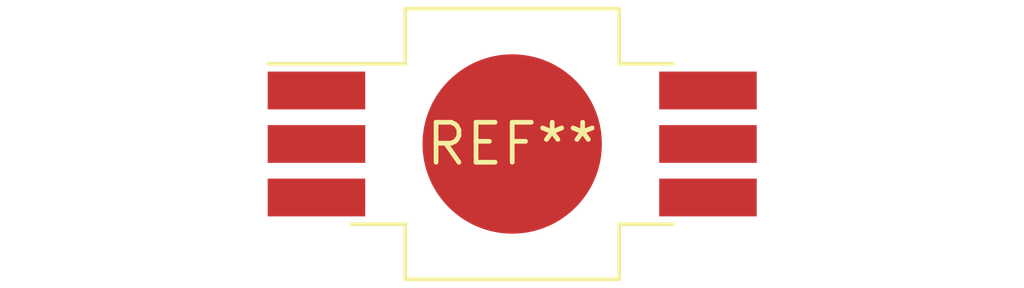
<source format=kicad_pcb>
(kicad_pcb (version 20240108) (generator pcbnew)
  (layers (0 "F.Cu" signal) (31 "B.Cu" signal) (34 "B.Paste" user) (35 "F.Paste" user) (36 "B.SilkS" user "B.Silkscreen") (37 "F.SilkS" user "F.Silkscreen") (38 "B.Mask" user) (39 "F.Mask" user) (44 "Edge.Cuts" user))
  (net 0 "")
  (footprint "LED_RGB_Getian_GT-P6PRGB4303" (layer "F.Cu") (at 0 0)
    (property "Reference" "REF**")
    (property "Value" "LED_RGB_Getian_GT-P6PRGB4303")
    (fp_line (start -7.75 -2.55) (end -3.4 -2.55) (layer "F.SilkS") (stroke (width 0.12)))
    (fp_line (start -5.1 2.55) (end -3.4 2.55) (layer "F.SilkS") (stroke (width 0.12)))
    (fp_line (start -3.4 -4.3) (end -3.4 -2.55) (layer "F.SilkS") (stroke (width 0.12)))
    (fp_line (start -3.4 2.55) (end -3.4 4.3) (layer "F.SilkS") (stroke (width 0.12)))
    (fp_line (start 3.4 -4.3) (end -3.4 -4.3) (layer "F.SilkS") (stroke (width 0.12)))
    (fp_line (start 3.4 -4.3) (end 3.4 -2.55) (layer "F.SilkS") (stroke (width 0.12)))
    (fp_line (start 3.4 -2.55) (end 4.7 -2.55) (layer "F.SilkS") (stroke (width 0.12)))
    (fp_line (start 3.4 2.55) (end 3.4 4.3) (layer "F.SilkS") (stroke (width 0.12)))
    (fp_line (start 3.4 4.3) (end -3.4 4.3) (layer "F.SilkS") (stroke (width 0.12)))
    (fp_line (start 4.7 -2.55) (end 5.1 -2.55) (layer "F.SilkS") (stroke (width 0.12)))
    (fp_line (start 5.1 2.55) (end 3.4 2.55) (layer "F.SilkS") (stroke (width 0.12)))
    (pad "1" smd rect (at -6.22 -1.7) (size 3.1 1.2) (layers "F.Cu" "F.Paste" "F.Mask"))
    (pad "2" smd rect (at -6.22 0) (size 3.1 1.2) (layers "F.Cu" "F.Paste" "F.Mask"))
    (pad "3" smd rect (at -6.22 1.7) (size 3.1 1.2) (layers "F.Cu" "F.Paste" "F.Mask"))
    (pad "4" smd rect (at 6.22 1.7 180) (size 3.1 1.2) (layers "F.Cu" "F.Paste" "F.Mask"))
    (pad "5" smd rect (at 6.22 0 180) (size 3.1 1.2) (layers "F.Cu" "F.Paste" "F.Mask"))
    (pad "6" smd rect (at 6.22 -1.7 180) (size 3.1 1.2) (layers "F.Cu" "F.Paste" "F.Mask"))
    (pad "PAD" smd circle (at 0 0) (size 5.7 5.7) (layers "F.Cu" "F.Paste" "F.Mask"))
  )
)
</source>
